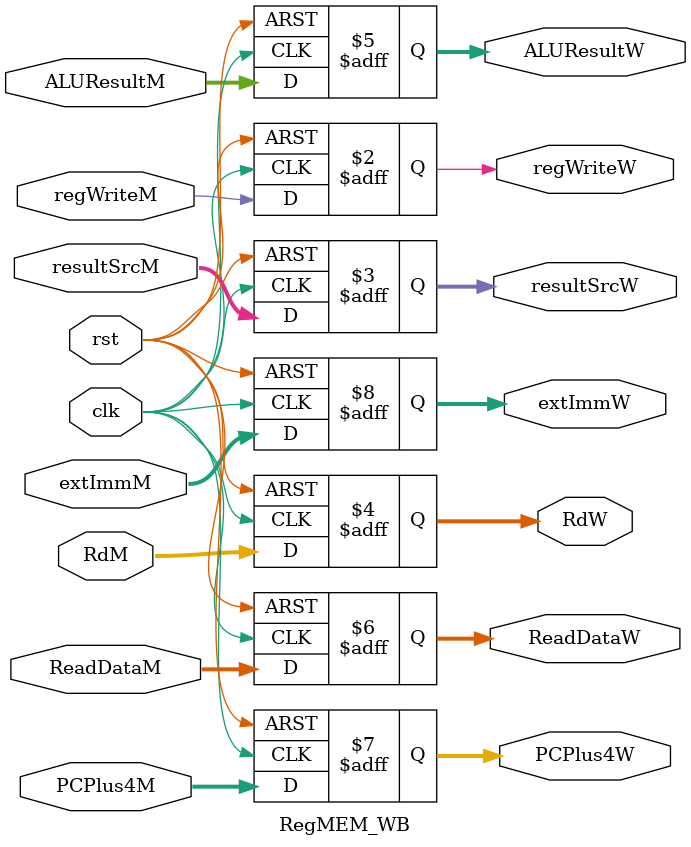
<source format=v>
module RegMEM_WB(clk, rst, regWriteM, resultSrcM,
                 ALUResultM, ReadDataM, RdM, PCPlus4M,
                extImmM, extImmW, regWriteW, resultSrcW,
                ALUResultW, ReadDataW, RdW, PCPlus4W);
    
    input clk, rst, regWriteM;
    input [1:0] resultSrcM;
    input [4:0] RdM;
    input [31:0] ALUResultM, ReadDataM, PCPlus4M, extImmM;

    output reg regWriteW;
    output reg [1:0] resultSrcW;
    output reg [4:0] RdW;
    output reg [31:0] ALUResultW, ReadDataW, PCPlus4W, extImmW;

    always @(posedge clk or posedge rst) begin
        
        if (rst) begin
            regWriteW  <= 32'b0;
            ALUResultW <= 32'b0;
            PCPlus4W   <= 32'b0;
            ReadDataW  <= 32'b0;
            RdW        <= 5'b0;
            resultSrcW <= 2'b0;
            extImmW    <= 32'b0;
        end 
        
        else begin
            regWriteW  <= regWriteM; 
            ALUResultW <= ALUResultM;
            PCPlus4W   <= PCPlus4M;
            ReadDataW        <= ReadDataM;
            RdW        <= RdM;
            resultSrcW <= resultSrcM;
            extImmW    <= extImmM;
        end
        
    end

endmodule


</source>
